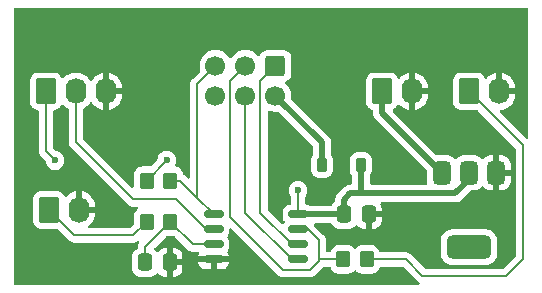
<source format=gbr>
%TF.GenerationSoftware,KiCad,Pcbnew,9.0.0*%
%TF.CreationDate,2025-03-10T19:20:38+08:00*%
%TF.ProjectId,xk9_miniencabulator,786b395f-6d69-46e6-9965-6e636162756c,rev?*%
%TF.SameCoordinates,Original*%
%TF.FileFunction,Copper,L1,Top*%
%TF.FilePolarity,Positive*%
%FSLAX46Y46*%
G04 Gerber Fmt 4.6, Leading zero omitted, Abs format (unit mm)*
G04 Created by KiCad (PCBNEW 9.0.0) date 2025-03-10 19:20:38*
%MOMM*%
%LPD*%
G01*
G04 APERTURE LIST*
G04 Aperture macros list*
%AMRoundRect*
0 Rectangle with rounded corners*
0 $1 Rounding radius*
0 $2 $3 $4 $5 $6 $7 $8 $9 X,Y pos of 4 corners*
0 Add a 4 corners polygon primitive as box body*
4,1,4,$2,$3,$4,$5,$6,$7,$8,$9,$2,$3,0*
0 Add four circle primitives for the rounded corners*
1,1,$1+$1,$2,$3*
1,1,$1+$1,$4,$5*
1,1,$1+$1,$6,$7*
1,1,$1+$1,$8,$9*
0 Add four rect primitives between the rounded corners*
20,1,$1+$1,$2,$3,$4,$5,0*
20,1,$1+$1,$4,$5,$6,$7,0*
20,1,$1+$1,$6,$7,$8,$9,0*
20,1,$1+$1,$8,$9,$2,$3,0*%
G04 Aperture macros list end*
%TA.AperFunction,ComponentPad*%
%ADD10RoundRect,0.250000X-0.600000X0.600000X-0.600000X-0.600000X0.600000X-0.600000X0.600000X0.600000X0*%
%TD*%
%TA.AperFunction,ComponentPad*%
%ADD11C,1.700000*%
%TD*%
%TA.AperFunction,SMDPad,CuDef*%
%ADD12RoundRect,0.375000X-0.375000X0.625000X-0.375000X-0.625000X0.375000X-0.625000X0.375000X0.625000X0*%
%TD*%
%TA.AperFunction,SMDPad,CuDef*%
%ADD13RoundRect,0.500000X-1.400000X0.500000X-1.400000X-0.500000X1.400000X-0.500000X1.400000X0.500000X0*%
%TD*%
%TA.AperFunction,ComponentPad*%
%ADD14RoundRect,0.250000X-0.620000X-0.845000X0.620000X-0.845000X0.620000X0.845000X-0.620000X0.845000X0*%
%TD*%
%TA.AperFunction,ComponentPad*%
%ADD15O,1.740000X2.190000*%
%TD*%
%TA.AperFunction,SMDPad,CuDef*%
%ADD16RoundRect,0.250000X-0.337500X-0.475000X0.337500X-0.475000X0.337500X0.475000X-0.337500X0.475000X0*%
%TD*%
%TA.AperFunction,SMDPad,CuDef*%
%ADD17RoundRect,0.250000X-0.350000X-0.450000X0.350000X-0.450000X0.350000X0.450000X-0.350000X0.450000X0*%
%TD*%
%TA.AperFunction,SMDPad,CuDef*%
%ADD18RoundRect,0.162500X-0.650000X-0.162500X0.650000X-0.162500X0.650000X0.162500X-0.650000X0.162500X0*%
%TD*%
%TA.AperFunction,SMDPad,CuDef*%
%ADD19RoundRect,0.225000X0.225000X0.375000X-0.225000X0.375000X-0.225000X-0.375000X0.225000X-0.375000X0*%
%TD*%
%TA.AperFunction,ViaPad*%
%ADD20C,0.600000*%
%TD*%
%TA.AperFunction,Conductor*%
%ADD21C,0.508000*%
%TD*%
%TA.AperFunction,Conductor*%
%ADD22C,0.200000*%
%TD*%
G04 APERTURE END LIST*
D10*
%TO.P,J1,1,MISO*%
%TO.N,/MISO*%
X98933000Y-46355000D03*
D11*
%TO.P,J1,2,VCC*%
%TO.N,Net-(D1-A)*%
X98933000Y-48895000D03*
%TO.P,J1,3,SCK*%
%TO.N,/SCK*%
X96393000Y-46355000D03*
%TO.P,J1,4,MOSI*%
%TO.N,/MOSI*%
X96393000Y-48895000D03*
%TO.P,J1,5,~{RST}*%
%TO.N,/RST*%
X93853000Y-46355000D03*
%TO.P,J1,6,GND*%
%TO.N,GND*%
X93853000Y-48895000D03*
%TD*%
D12*
%TO.P,U4,1,GND*%
%TO.N,GND*%
X117616000Y-55397000D03*
%TO.P,U4,2,VO*%
%TO.N,+5V*%
X115316000Y-55397000D03*
D13*
X115316000Y-61697000D03*
D12*
%TO.P,U4,3,VI*%
%TO.N,Net-(J2-Pin_1)*%
X113016000Y-55397000D03*
%TD*%
D14*
%TO.P,J3,1,Pin_1*%
%TO.N,Net-(J3-Pin_1)*%
X79756000Y-58547000D03*
D15*
%TO.P,J3,2,Pin_2*%
%TO.N,GND*%
X82296000Y-58547000D03*
%TD*%
D14*
%TO.P,J5,1,Pin_1*%
%TO.N,+5V*%
X79502000Y-48514000D03*
D15*
%TO.P,J5,2,Pin_2*%
%TO.N,Net-(J5-Pin_2)*%
X82042000Y-48514000D03*
%TO.P,J5,3,Pin_3*%
%TO.N,GND*%
X84582000Y-48514000D03*
%TD*%
D14*
%TO.P,J4,1,Pin_1*%
%TO.N,Net-(J4-Pin_1)*%
X115316000Y-48514000D03*
D15*
%TO.P,J4,2,Pin_2*%
%TO.N,GND*%
X117856000Y-48514000D03*
%TD*%
D16*
%TO.P,C2,1*%
%TO.N,/BUTTON*%
X87894000Y-62992000D03*
%TO.P,C2,2*%
%TO.N,GND*%
X89969000Y-62992000D03*
%TD*%
D14*
%TO.P,J2,1,Pin_1*%
%TO.N,Net-(J2-Pin_1)*%
X107950000Y-48514000D03*
D15*
%TO.P,J2,2,Pin_2*%
%TO.N,GND*%
X110490000Y-48514000D03*
%TD*%
D16*
%TO.P,C1,1*%
%TO.N,+5V*%
X104753500Y-58928000D03*
%TO.P,C1,2*%
%TO.N,GND*%
X106828500Y-58928000D03*
%TD*%
D17*
%TO.P,R2,1*%
%TO.N,Net-(J3-Pin_1)*%
X88027000Y-59563000D03*
%TO.P,R2,2*%
%TO.N,/BUTTON*%
X90027000Y-59563000D03*
%TD*%
%TO.P,R1,1*%
%TO.N,+5V*%
X88027000Y-56063000D03*
%TO.P,R1,2*%
%TO.N,/RST*%
X90027000Y-56063000D03*
%TD*%
%TO.P,R3,1*%
%TO.N,/SCK*%
X104666500Y-62738000D03*
%TO.P,R3,2*%
%TO.N,Net-(J4-Pin_1)*%
X106666500Y-62738000D03*
%TD*%
D18*
%TO.P,U1,1,~{RESET}/PB5*%
%TO.N,/RST*%
X93694500Y-58928000D03*
%TO.P,U1,2,XTAL1/PB3*%
%TO.N,Net-(J5-Pin_2)*%
X93694500Y-60198000D03*
%TO.P,U1,3,XTAL2/PB4*%
%TO.N,/BUTTON*%
X93694500Y-61468000D03*
%TO.P,U1,4,GND*%
%TO.N,GND*%
X93694500Y-62738000D03*
%TO.P,U1,5,AREF/PB0*%
%TO.N,/MOSI*%
X100869500Y-62738000D03*
%TO.P,U1,6,PB1*%
%TO.N,/MISO*%
X100869500Y-61468000D03*
%TO.P,U1,7,PB2*%
%TO.N,/SCK*%
X100869500Y-60198000D03*
%TO.P,U1,8,VCC*%
%TO.N,+5V*%
X100869500Y-58928000D03*
%TD*%
D19*
%TO.P,D1,1,K*%
%TO.N,+5V*%
X106171000Y-54737000D03*
%TO.P,D1,2,A*%
%TO.N,Net-(D1-A)*%
X102871000Y-54737000D03*
%TD*%
D20*
%TO.N,+5V*%
X89734000Y-54356000D03*
X80264000Y-54356000D03*
X100838000Y-56896000D03*
%TO.N,GND*%
X91694000Y-62865000D03*
X84582000Y-58547000D03*
X87122000Y-48514000D03*
X106807000Y-60579000D03*
X117856000Y-43815000D03*
X117602000Y-57531000D03*
%TD*%
D21*
%TO.N,+5V*%
X106171000Y-54737000D02*
X106171000Y-57149000D01*
X104753500Y-58928000D02*
X104753500Y-57679500D01*
X115316000Y-56007000D02*
X114173000Y-57150000D01*
D22*
X80264000Y-54356000D02*
X79502000Y-53594000D01*
X89734000Y-54356000D02*
X88027000Y-56063000D01*
D21*
X114173000Y-57150000D02*
X106172000Y-57150000D01*
X104753500Y-58928000D02*
X100869500Y-58928000D01*
D22*
X79502000Y-53594000D02*
X79502000Y-48514000D01*
X100869500Y-56927500D02*
X100838000Y-56896000D01*
D21*
X115316000Y-55397000D02*
X115316000Y-56007000D01*
D22*
X100869500Y-58928000D02*
X100869500Y-56927500D01*
D21*
X106172000Y-57150000D02*
X105283000Y-57150000D01*
X104753500Y-57679500D02*
X105283000Y-57150000D01*
X106171000Y-57149000D02*
X106172000Y-57150000D01*
D22*
%TO.N,/BUTTON*%
X87894000Y-62992000D02*
X87894000Y-61696000D01*
X91932000Y-61468000D02*
X90027000Y-59563000D01*
X93694500Y-61468000D02*
X91932000Y-61468000D01*
X87894000Y-61696000D02*
X90027000Y-59563000D01*
D21*
%TO.N,Net-(D1-A)*%
X102871000Y-52833000D02*
X98933000Y-48895000D01*
X102871000Y-54737000D02*
X102871000Y-52833000D01*
D22*
%TO.N,/SCK*%
X102616000Y-61132001D02*
X102616000Y-62865000D01*
X104666500Y-62738000D02*
X102743000Y-62738000D01*
X102616000Y-62865000D02*
X101854000Y-63627000D01*
X99568000Y-63627000D02*
X95123000Y-59182000D01*
X95123000Y-47625000D02*
X96393000Y-46355000D01*
X102743000Y-62738000D02*
X102616000Y-62865000D01*
X102616000Y-61132001D02*
X101681999Y-60198000D01*
X101854000Y-63627000D02*
X99568000Y-63627000D01*
X95123000Y-59182000D02*
X95123000Y-47625000D01*
X101681999Y-60198000D02*
X100869500Y-60198000D01*
%TO.N,/MOSI*%
X96393000Y-58801000D02*
X100330000Y-62738000D01*
X96393000Y-48895000D02*
X96393000Y-58801000D01*
X100330000Y-62738000D02*
X100869500Y-62738000D01*
%TO.N,/MISO*%
X97663000Y-58801000D02*
X100330000Y-61468000D01*
X97663000Y-47625000D02*
X97663000Y-58801000D01*
X98933000Y-46355000D02*
X97663000Y-47625000D01*
X100330000Y-61468000D02*
X100869500Y-61468000D01*
%TO.N,/RST*%
X92295000Y-47913000D02*
X92295000Y-57528500D01*
X92313250Y-57546750D02*
X90829500Y-56063000D01*
X93694500Y-58928000D02*
X92313250Y-57546750D01*
X90829500Y-56063000D02*
X90027000Y-56063000D01*
X92295000Y-57528500D02*
X92313250Y-57546750D01*
X93853000Y-46355000D02*
X92295000Y-47913000D01*
D21*
%TO.N,Net-(J2-Pin_1)*%
X107950000Y-48514000D02*
X107950000Y-50331000D01*
X107950000Y-50331000D02*
X113016000Y-55397000D01*
D22*
%TO.N,Net-(J3-Pin_1)*%
X81915000Y-60706000D02*
X86884000Y-60706000D01*
X86884000Y-60706000D02*
X88027000Y-59563000D01*
X79756000Y-58547000D02*
X81915000Y-60706000D01*
%TO.N,Net-(J4-Pin_1)*%
X111379000Y-64135000D02*
X109982000Y-62738000D01*
X115316000Y-48514000D02*
X119888000Y-53086000D01*
X119888000Y-53086000D02*
X119888000Y-62738000D01*
X109982000Y-62738000D02*
X106666500Y-62738000D01*
X119888000Y-62738000D02*
X118491000Y-64135000D01*
X118491000Y-64135000D02*
X111379000Y-64135000D01*
%TO.N,Net-(J5-Pin_2)*%
X93091000Y-60198000D02*
X90551000Y-57658000D01*
X82042000Y-52832000D02*
X82042000Y-48514000D01*
X93694500Y-60198000D02*
X93091000Y-60198000D01*
X90551000Y-57658000D02*
X86868000Y-57658000D01*
X86868000Y-57658000D02*
X82042000Y-52832000D01*
%TD*%
%TA.AperFunction,Conductor*%
%TO.N,GND*%
G36*
X120291039Y-41432685D02*
G01*
X120336794Y-41485489D01*
X120348000Y-41537000D01*
X120348000Y-52397403D01*
X120328315Y-52464442D01*
X120275511Y-52510197D01*
X120206353Y-52520141D01*
X120142797Y-52491116D01*
X120136319Y-52485084D01*
X117960154Y-50308919D01*
X117926669Y-50247596D01*
X117931653Y-50177904D01*
X117973525Y-50121971D01*
X118028438Y-50098765D01*
X118176809Y-50075266D01*
X118381901Y-50008627D01*
X118574036Y-49910728D01*
X118748496Y-49783974D01*
X118748497Y-49783974D01*
X118900974Y-49631497D01*
X118900974Y-49631496D01*
X119027728Y-49457036D01*
X119125627Y-49264901D01*
X119192265Y-49059809D01*
X119226000Y-48846820D01*
X119226000Y-48764000D01*
X118398709Y-48764000D01*
X118410452Y-48743661D01*
X118451000Y-48592333D01*
X118451000Y-48435667D01*
X118410452Y-48284339D01*
X118398709Y-48264000D01*
X119226000Y-48264000D01*
X119226000Y-48181179D01*
X119192265Y-47968190D01*
X119125627Y-47763098D01*
X119027728Y-47570963D01*
X118900974Y-47396503D01*
X118900974Y-47396502D01*
X118748497Y-47244025D01*
X118574036Y-47117271D01*
X118381899Y-47019372D01*
X118176805Y-46952733D01*
X118106000Y-46941518D01*
X118106000Y-47971290D01*
X118085661Y-47959548D01*
X117934333Y-47919000D01*
X117777667Y-47919000D01*
X117626339Y-47959548D01*
X117606000Y-47971290D01*
X117606000Y-46941518D01*
X117605999Y-46941518D01*
X117535194Y-46952733D01*
X117330100Y-47019372D01*
X117137963Y-47117271D01*
X116963506Y-47244022D01*
X116821420Y-47386108D01*
X116760097Y-47419592D01*
X116690405Y-47414608D01*
X116634472Y-47372736D01*
X116621356Y-47350828D01*
X116620816Y-47349670D01*
X116555654Y-47244025D01*
X116528712Y-47200344D01*
X116404656Y-47076288D01*
X116255334Y-46984186D01*
X116088797Y-46929001D01*
X116088795Y-46929000D01*
X115986010Y-46918500D01*
X114645998Y-46918500D01*
X114645981Y-46918501D01*
X114543203Y-46929000D01*
X114543200Y-46929001D01*
X114376668Y-46984185D01*
X114376663Y-46984187D01*
X114227342Y-47076289D01*
X114103289Y-47200342D01*
X114011187Y-47349663D01*
X114011185Y-47349668D01*
X114010960Y-47350348D01*
X113956001Y-47516203D01*
X113956001Y-47516204D01*
X113956000Y-47516204D01*
X113945500Y-47618983D01*
X113945500Y-49409001D01*
X113945501Y-49409018D01*
X113956000Y-49511796D01*
X113956001Y-49511799D01*
X113993584Y-49625216D01*
X114011186Y-49678334D01*
X114103288Y-49827656D01*
X114227344Y-49951712D01*
X114376666Y-50043814D01*
X114543203Y-50098999D01*
X114645991Y-50109500D01*
X115986008Y-50109499D01*
X115996576Y-50108419D01*
X116065268Y-50121187D01*
X116096861Y-50144096D01*
X119251181Y-53298416D01*
X119284666Y-53359739D01*
X119287500Y-53386097D01*
X119287500Y-62437903D01*
X119267815Y-62504942D01*
X119251181Y-62525584D01*
X118278584Y-63498181D01*
X118217261Y-63531666D01*
X118190903Y-63534500D01*
X111679097Y-63534500D01*
X111612058Y-63514815D01*
X111591416Y-63498181D01*
X110469590Y-62376355D01*
X110469588Y-62376352D01*
X110350717Y-62257481D01*
X110350716Y-62257480D01*
X110247115Y-62197666D01*
X110247113Y-62197665D01*
X110213785Y-62178423D01*
X110213784Y-62178422D01*
X110213783Y-62178422D01*
X110157881Y-62163443D01*
X110061057Y-62137499D01*
X109902943Y-62137499D01*
X109895347Y-62137499D01*
X109895331Y-62137500D01*
X107846801Y-62137500D01*
X107779762Y-62117815D01*
X107734007Y-62065011D01*
X107729095Y-62052504D01*
X107727819Y-62048654D01*
X107701314Y-61968666D01*
X107609212Y-61819344D01*
X107485156Y-61695288D01*
X107335834Y-61603186D01*
X107169297Y-61548001D01*
X107169295Y-61548000D01*
X107066510Y-61537500D01*
X106266498Y-61537500D01*
X106266480Y-61537501D01*
X106163703Y-61548000D01*
X106163700Y-61548001D01*
X105997168Y-61603185D01*
X105997163Y-61603187D01*
X105847842Y-61695289D01*
X105754181Y-61788951D01*
X105692858Y-61822436D01*
X105623166Y-61817452D01*
X105578819Y-61788951D01*
X105485157Y-61695289D01*
X105485156Y-61695288D01*
X105335834Y-61603186D01*
X105169297Y-61548001D01*
X105169295Y-61548000D01*
X105066510Y-61537500D01*
X104266498Y-61537500D01*
X104266480Y-61537501D01*
X104163703Y-61548000D01*
X104163700Y-61548001D01*
X103997168Y-61603185D01*
X103997163Y-61603187D01*
X103847842Y-61695289D01*
X103723789Y-61819342D01*
X103631687Y-61968663D01*
X103631686Y-61968666D01*
X103612166Y-62027575D01*
X103603905Y-62052504D01*
X103590034Y-62072536D01*
X103579912Y-62094703D01*
X103570499Y-62100751D01*
X103564132Y-62109949D01*
X103541633Y-62119302D01*
X103521134Y-62132477D01*
X103504032Y-62134935D01*
X103499616Y-62136772D01*
X103486199Y-62137500D01*
X103340500Y-62137500D01*
X103273461Y-62117815D01*
X103227706Y-62065011D01*
X103216500Y-62013500D01*
X103216500Y-61221060D01*
X103216501Y-61221047D01*
X103216501Y-61138966D01*
X112915500Y-61138966D01*
X112915500Y-62255028D01*
X112915500Y-62255033D01*
X112915501Y-62255036D01*
X112917571Y-62278330D01*
X112926113Y-62374415D01*
X112982089Y-62570045D01*
X112982090Y-62570048D01*
X112982091Y-62570049D01*
X113076302Y-62750407D01*
X113076304Y-62750409D01*
X113204890Y-62908109D01*
X113280529Y-62969784D01*
X113362593Y-63036698D01*
X113542951Y-63130909D01*
X113738582Y-63186886D01*
X113857963Y-63197500D01*
X116774036Y-63197499D01*
X116893418Y-63186886D01*
X117089049Y-63130909D01*
X117269407Y-63036698D01*
X117427109Y-62908109D01*
X117555698Y-62750407D01*
X117649909Y-62570049D01*
X117705886Y-62374418D01*
X117716500Y-62255037D01*
X117716499Y-61138964D01*
X117705886Y-61019582D01*
X117656737Y-60847815D01*
X117649910Y-60823954D01*
X117649909Y-60823953D01*
X117649909Y-60823951D01*
X117555698Y-60643593D01*
X117503684Y-60579803D01*
X117427109Y-60485890D01*
X117269409Y-60357304D01*
X117269410Y-60357304D01*
X117269407Y-60357302D01*
X117089049Y-60263091D01*
X117089048Y-60263090D01*
X117089045Y-60263089D01*
X116971829Y-60229550D01*
X116893418Y-60207114D01*
X116893415Y-60207113D01*
X116893413Y-60207113D01*
X116827102Y-60201217D01*
X116774037Y-60196500D01*
X116774032Y-60196500D01*
X113857971Y-60196500D01*
X113857965Y-60196500D01*
X113857964Y-60196501D01*
X113846316Y-60197536D01*
X113738584Y-60207113D01*
X113542954Y-60263089D01*
X113469581Y-60301416D01*
X113362593Y-60357302D01*
X113362591Y-60357303D01*
X113362590Y-60357304D01*
X113204890Y-60485890D01*
X113083633Y-60634602D01*
X113076302Y-60643593D01*
X113072183Y-60651479D01*
X112982089Y-60823954D01*
X112926114Y-61019583D01*
X112926113Y-61019586D01*
X112915500Y-61138966D01*
X103216501Y-61138966D01*
X103216501Y-61052946D01*
X103216501Y-61052944D01*
X103175577Y-60900216D01*
X103116851Y-60798500D01*
X103096520Y-60763285D01*
X102984716Y-60651481D01*
X102984713Y-60651479D01*
X102227415Y-59894181D01*
X102193930Y-59832858D01*
X102198914Y-59763166D01*
X102240786Y-59707233D01*
X102306250Y-59682816D01*
X102315096Y-59682500D01*
X103637409Y-59682500D01*
X103704448Y-59702185D01*
X103742947Y-59741402D01*
X103823288Y-59871656D01*
X103947344Y-59995712D01*
X104096666Y-60087814D01*
X104263203Y-60142999D01*
X104365991Y-60153500D01*
X105141008Y-60153499D01*
X105141016Y-60153498D01*
X105141019Y-60153498D01*
X105197302Y-60147748D01*
X105243797Y-60142999D01*
X105410334Y-60087814D01*
X105559656Y-59995712D01*
X105683712Y-59871656D01*
X105685752Y-59868347D01*
X105687745Y-59866555D01*
X105688193Y-59865989D01*
X105688289Y-59866065D01*
X105737694Y-59821623D01*
X105806656Y-59810395D01*
X105870740Y-59838234D01*
X105896829Y-59868339D01*
X105898681Y-59871341D01*
X105898683Y-59871344D01*
X106022654Y-59995315D01*
X106171875Y-60087356D01*
X106171880Y-60087358D01*
X106338302Y-60142505D01*
X106338309Y-60142506D01*
X106441019Y-60152999D01*
X106578499Y-60152999D01*
X107078500Y-60152999D01*
X107215972Y-60152999D01*
X107215986Y-60152998D01*
X107318697Y-60142505D01*
X107485119Y-60087358D01*
X107485124Y-60087356D01*
X107634345Y-59995315D01*
X107758315Y-59871345D01*
X107850356Y-59722124D01*
X107850358Y-59722119D01*
X107905505Y-59555697D01*
X107905506Y-59555690D01*
X107915999Y-59452986D01*
X107916000Y-59452973D01*
X107916000Y-59178000D01*
X107078500Y-59178000D01*
X107078500Y-60152999D01*
X106578499Y-60152999D01*
X106578500Y-60152998D01*
X106578500Y-59052000D01*
X106598185Y-58984961D01*
X106650989Y-58939206D01*
X106702500Y-58928000D01*
X106828500Y-58928000D01*
X106828500Y-58802000D01*
X106848185Y-58734961D01*
X106900989Y-58689206D01*
X106952500Y-58678000D01*
X107915999Y-58678000D01*
X107915999Y-58403028D01*
X107915998Y-58403013D01*
X107905505Y-58300302D01*
X107850358Y-58133880D01*
X107850356Y-58133875D01*
X107825512Y-58093597D01*
X107807072Y-58026204D01*
X107827995Y-57959541D01*
X107881637Y-57914771D01*
X107931051Y-57904500D01*
X114092554Y-57904500D01*
X114092574Y-57904501D01*
X114098688Y-57904501D01*
X114247314Y-57904501D01*
X114284009Y-57897200D01*
X114368894Y-57880315D01*
X114393080Y-57875505D01*
X114449955Y-57851946D01*
X114530389Y-57818630D01*
X114653966Y-57736059D01*
X115456206Y-56933817D01*
X115517529Y-56900333D01*
X115543887Y-56897499D01*
X115767123Y-56897499D01*
X115767123Y-56897498D01*
X115809889Y-56894600D01*
X115994693Y-56848641D01*
X116165296Y-56764030D01*
X116313722Y-56644722D01*
X116369675Y-56575112D01*
X116427015Y-56535196D01*
X116496837Y-56532616D01*
X116556970Y-56568194D01*
X116562967Y-56575115D01*
X116618632Y-56644366D01*
X116618633Y-56644367D01*
X116766974Y-56763607D01*
X116766977Y-56763609D01*
X116937476Y-56848168D01*
X117122175Y-56894102D01*
X117164903Y-56897000D01*
X117366000Y-56897000D01*
X117866000Y-56897000D01*
X118067097Y-56897000D01*
X118109824Y-56894102D01*
X118294523Y-56848168D01*
X118465022Y-56763609D01*
X118465025Y-56763607D01*
X118613366Y-56644367D01*
X118613367Y-56644366D01*
X118732607Y-56496025D01*
X118732609Y-56496022D01*
X118817168Y-56325523D01*
X118863102Y-56140824D01*
X118866000Y-56098096D01*
X118866000Y-55647000D01*
X117866000Y-55647000D01*
X117866000Y-56897000D01*
X117366000Y-56897000D01*
X117366000Y-55147000D01*
X117866000Y-55147000D01*
X118866000Y-55147000D01*
X118866000Y-54695903D01*
X118863102Y-54653175D01*
X118817168Y-54468476D01*
X118732609Y-54297977D01*
X118732607Y-54297974D01*
X118613367Y-54149633D01*
X118613366Y-54149632D01*
X118465025Y-54030392D01*
X118465022Y-54030390D01*
X118294523Y-53945831D01*
X118109824Y-53899897D01*
X118067097Y-53897000D01*
X117866000Y-53897000D01*
X117866000Y-55147000D01*
X117366000Y-55147000D01*
X117366000Y-53897000D01*
X117164903Y-53897000D01*
X117122175Y-53899897D01*
X116937476Y-53945831D01*
X116766977Y-54030390D01*
X116766974Y-54030392D01*
X116618635Y-54149631D01*
X116562967Y-54218885D01*
X116505624Y-54258803D01*
X116435801Y-54261383D01*
X116375669Y-54225804D01*
X116369673Y-54218884D01*
X116313722Y-54149278D01*
X116313721Y-54149277D01*
X116165295Y-54029969D01*
X116165292Y-54029967D01*
X115994697Y-53945360D01*
X115809892Y-53899400D01*
X115788506Y-53897950D01*
X115767123Y-53896500D01*
X115767120Y-53896500D01*
X114864877Y-53896500D01*
X114864874Y-53896501D01*
X114822113Y-53899399D01*
X114822112Y-53899399D01*
X114637303Y-53945360D01*
X114466707Y-54029967D01*
X114466704Y-54029969D01*
X114318278Y-54149277D01*
X114318277Y-54149278D01*
X114262647Y-54218486D01*
X114205304Y-54258405D01*
X114135482Y-54260985D01*
X114075349Y-54225406D01*
X114069353Y-54218486D01*
X114013722Y-54149278D01*
X114013721Y-54149277D01*
X113865295Y-54029969D01*
X113865292Y-54029967D01*
X113694697Y-53945360D01*
X113509892Y-53899400D01*
X113484229Y-53897660D01*
X113467123Y-53896500D01*
X113467121Y-53896500D01*
X112633887Y-53896500D01*
X112566848Y-53876815D01*
X112546206Y-53860181D01*
X108901577Y-50215552D01*
X108868092Y-50154229D01*
X108873076Y-50084537D01*
X108914948Y-50028604D01*
X108924162Y-50022332D01*
X109038656Y-49951712D01*
X109162712Y-49827656D01*
X109254814Y-49678334D01*
X109254817Y-49678323D01*
X109255353Y-49677177D01*
X109255934Y-49676516D01*
X109258605Y-49672187D01*
X109259344Y-49672643D01*
X109301521Y-49624734D01*
X109368713Y-49605577D01*
X109435596Y-49625788D01*
X109455420Y-49641892D01*
X109597502Y-49783974D01*
X109771963Y-49910728D01*
X109964098Y-50008627D01*
X110169190Y-50075266D01*
X110240000Y-50086481D01*
X110240000Y-49056709D01*
X110260339Y-49068452D01*
X110411667Y-49109000D01*
X110568333Y-49109000D01*
X110719661Y-49068452D01*
X110740000Y-49056709D01*
X110740000Y-50086480D01*
X110810809Y-50075266D01*
X111015901Y-50008627D01*
X111208036Y-49910728D01*
X111382496Y-49783974D01*
X111382497Y-49783974D01*
X111534974Y-49631497D01*
X111534974Y-49631496D01*
X111661728Y-49457036D01*
X111759627Y-49264901D01*
X111826265Y-49059809D01*
X111860000Y-48846820D01*
X111860000Y-48764000D01*
X111032709Y-48764000D01*
X111044452Y-48743661D01*
X111085000Y-48592333D01*
X111085000Y-48435667D01*
X111044452Y-48284339D01*
X111032709Y-48264000D01*
X111860000Y-48264000D01*
X111860000Y-48181179D01*
X111826265Y-47968190D01*
X111759627Y-47763098D01*
X111661728Y-47570963D01*
X111534974Y-47396503D01*
X111534974Y-47396502D01*
X111382497Y-47244025D01*
X111208036Y-47117271D01*
X111015899Y-47019372D01*
X110810805Y-46952733D01*
X110740000Y-46941518D01*
X110740000Y-47971290D01*
X110719661Y-47959548D01*
X110568333Y-47919000D01*
X110411667Y-47919000D01*
X110260339Y-47959548D01*
X110240000Y-47971290D01*
X110240000Y-46941518D01*
X110239999Y-46941518D01*
X110169194Y-46952733D01*
X109964100Y-47019372D01*
X109771963Y-47117271D01*
X109597506Y-47244022D01*
X109455420Y-47386108D01*
X109394097Y-47419592D01*
X109324405Y-47414608D01*
X109268472Y-47372736D01*
X109255356Y-47350828D01*
X109254816Y-47349670D01*
X109189654Y-47244025D01*
X109162712Y-47200344D01*
X109038656Y-47076288D01*
X108889334Y-46984186D01*
X108722797Y-46929001D01*
X108722795Y-46929000D01*
X108620010Y-46918500D01*
X107279998Y-46918500D01*
X107279981Y-46918501D01*
X107177203Y-46929000D01*
X107177200Y-46929001D01*
X107010668Y-46984185D01*
X107010663Y-46984187D01*
X106861342Y-47076289D01*
X106737289Y-47200342D01*
X106645187Y-47349663D01*
X106645185Y-47349668D01*
X106644960Y-47350348D01*
X106590001Y-47516203D01*
X106590001Y-47516204D01*
X106590000Y-47516204D01*
X106579500Y-47618983D01*
X106579500Y-49409001D01*
X106579501Y-49409018D01*
X106590000Y-49511796D01*
X106590001Y-49511799D01*
X106627584Y-49625216D01*
X106645186Y-49678334D01*
X106737288Y-49827656D01*
X106861344Y-49951712D01*
X107010666Y-50043814D01*
X107105582Y-50075266D01*
X107110504Y-50076897D01*
X107130536Y-50090767D01*
X107152703Y-50100890D01*
X107158751Y-50110302D01*
X107167949Y-50116670D01*
X107177302Y-50139168D01*
X107190477Y-50159668D01*
X107192935Y-50176769D01*
X107194772Y-50181186D01*
X107195500Y-50194603D01*
X107195500Y-50251552D01*
X107195499Y-50251578D01*
X107195499Y-50256688D01*
X107195499Y-50405312D01*
X107195499Y-50405314D01*
X107195498Y-50405314D01*
X107224493Y-50551073D01*
X107224496Y-50551083D01*
X107281366Y-50688381D01*
X107281372Y-50688392D01*
X107363942Y-50811968D01*
X107363943Y-50811969D01*
X111729181Y-55177205D01*
X111762666Y-55238528D01*
X111765500Y-55264886D01*
X111765500Y-56098122D01*
X111765501Y-56098125D01*
X111768399Y-56140885D01*
X111768400Y-56140889D01*
X111793439Y-56241575D01*
X111790516Y-56311382D01*
X111750316Y-56368528D01*
X111685602Y-56394869D01*
X111673105Y-56395500D01*
X107049500Y-56395500D01*
X106982461Y-56375815D01*
X106936706Y-56323011D01*
X106925500Y-56271500D01*
X106925500Y-55659874D01*
X106945185Y-55592835D01*
X106961819Y-55572193D01*
X106961994Y-55572018D01*
X106968968Y-55565044D01*
X107058003Y-55420697D01*
X107111349Y-55259708D01*
X107121500Y-55160345D01*
X107121499Y-54313656D01*
X107119897Y-54297977D01*
X107111349Y-54214292D01*
X107111348Y-54214289D01*
X107089923Y-54149632D01*
X107058003Y-54053303D01*
X107057999Y-54053297D01*
X107057998Y-54053294D01*
X106968970Y-53908959D01*
X106968967Y-53908955D01*
X106849044Y-53789032D01*
X106849040Y-53789029D01*
X106704705Y-53700001D01*
X106704699Y-53699998D01*
X106704697Y-53699997D01*
X106623388Y-53673054D01*
X106543709Y-53646651D01*
X106444346Y-53636500D01*
X105897662Y-53636500D01*
X105897644Y-53636501D01*
X105798292Y-53646650D01*
X105798289Y-53646651D01*
X105637305Y-53699996D01*
X105637294Y-53700001D01*
X105492959Y-53789029D01*
X105492955Y-53789032D01*
X105373032Y-53908955D01*
X105373029Y-53908959D01*
X105284001Y-54053294D01*
X105283996Y-54053305D01*
X105230651Y-54214290D01*
X105220500Y-54313647D01*
X105220500Y-55160337D01*
X105220501Y-55160355D01*
X105230650Y-55259707D01*
X105230651Y-55259710D01*
X105283996Y-55420694D01*
X105284001Y-55420705D01*
X105373029Y-55565040D01*
X105373032Y-55565044D01*
X105380181Y-55572193D01*
X105413666Y-55633516D01*
X105416500Y-55659874D01*
X105416500Y-56271499D01*
X105415999Y-56273202D01*
X105416453Y-56274920D01*
X105406191Y-56306604D01*
X105396815Y-56338538D01*
X105395473Y-56339700D01*
X105394926Y-56341391D01*
X105369151Y-56362508D01*
X105344011Y-56384293D01*
X105341816Y-56384904D01*
X105340880Y-56385672D01*
X105334181Y-56387032D01*
X105306754Y-56394677D01*
X105299650Y-56395499D01*
X105208688Y-56395499D01*
X105087105Y-56419684D01*
X105082176Y-56420664D01*
X105082171Y-56420665D01*
X105062922Y-56424494D01*
X105062920Y-56424495D01*
X105022703Y-56441153D01*
X105022701Y-56441153D01*
X104925616Y-56481366D01*
X104925603Y-56481373D01*
X104802034Y-56563940D01*
X104802030Y-56563943D01*
X104167442Y-57198531D01*
X104084872Y-57322107D01*
X104084868Y-57322114D01*
X104065415Y-57369080D01*
X104027995Y-57459417D01*
X104027994Y-57459420D01*
X104025401Y-57472462D01*
X104025400Y-57472465D01*
X103998999Y-57605185D01*
X103998999Y-57759411D01*
X103979314Y-57826450D01*
X103951914Y-57856674D01*
X103947344Y-57860287D01*
X103823289Y-57984342D01*
X103823288Y-57984344D01*
X103746667Y-58108568D01*
X103742948Y-58114597D01*
X103691000Y-58161321D01*
X103637409Y-58173500D01*
X101856342Y-58173500D01*
X101801093Y-58158098D01*
X101800441Y-58159547D01*
X101793606Y-58156471D01*
X101793604Y-58156470D01*
X101793602Y-58156469D01*
X101639887Y-58108570D01*
X101607130Y-58105593D01*
X101582777Y-58103380D01*
X101517794Y-58077709D01*
X101477006Y-58020980D01*
X101470000Y-57979889D01*
X101470000Y-57428622D01*
X101489685Y-57361583D01*
X101490898Y-57359731D01*
X101516035Y-57322111D01*
X101547394Y-57275179D01*
X101607737Y-57129497D01*
X101638500Y-56974842D01*
X101638500Y-56817158D01*
X101638500Y-56817155D01*
X101638499Y-56817153D01*
X101607737Y-56662503D01*
X101600225Y-56644367D01*
X101547397Y-56516827D01*
X101547390Y-56516814D01*
X101459789Y-56385711D01*
X101459786Y-56385707D01*
X101348292Y-56274213D01*
X101348288Y-56274210D01*
X101217185Y-56186609D01*
X101217172Y-56186602D01*
X101071501Y-56126264D01*
X101071489Y-56126261D01*
X100916845Y-56095500D01*
X100916842Y-56095500D01*
X100759158Y-56095500D01*
X100759155Y-56095500D01*
X100604510Y-56126261D01*
X100604498Y-56126264D01*
X100458827Y-56186602D01*
X100458814Y-56186609D01*
X100327711Y-56274210D01*
X100327707Y-56274213D01*
X100216213Y-56385707D01*
X100216210Y-56385711D01*
X100128609Y-56516814D01*
X100128602Y-56516827D01*
X100068264Y-56662498D01*
X100068261Y-56662510D01*
X100037500Y-56817153D01*
X100037500Y-56974846D01*
X100068261Y-57129489D01*
X100068264Y-57129501D01*
X100128602Y-57275172D01*
X100128609Y-57275185D01*
X100216210Y-57406288D01*
X100216212Y-57406291D01*
X100232679Y-57422757D01*
X100266166Y-57484079D01*
X100269000Y-57510440D01*
X100269000Y-57979889D01*
X100249315Y-58046928D01*
X100196511Y-58092683D01*
X100156221Y-58103380D01*
X100099116Y-58108568D01*
X100099106Y-58108571D01*
X99945401Y-58156467D01*
X99807608Y-58239766D01*
X99693766Y-58353608D01*
X99610469Y-58491397D01*
X99562569Y-58645116D01*
X99556500Y-58711911D01*
X99556500Y-59144098D01*
X99562568Y-59210882D01*
X99562571Y-59210893D01*
X99610467Y-59364599D01*
X99691625Y-59498850D01*
X99695321Y-59512850D01*
X99703481Y-59524812D01*
X99704061Y-59545954D01*
X99709461Y-59566405D01*
X99705036Y-59581472D01*
X99705399Y-59594655D01*
X99691625Y-59627150D01*
X99640419Y-59711854D01*
X99588891Y-59759042D01*
X99520031Y-59770880D01*
X99455703Y-59743611D01*
X99446621Y-59735385D01*
X98299819Y-58588583D01*
X98266334Y-58527260D01*
X98263500Y-58500902D01*
X98263500Y-50268136D01*
X98283185Y-50201097D01*
X98335989Y-50155342D01*
X98405147Y-50145398D01*
X98425806Y-50150202D01*
X98616757Y-50212246D01*
X98826713Y-50245500D01*
X98826714Y-50245500D01*
X99039285Y-50245500D01*
X99039287Y-50245500D01*
X99129846Y-50231156D01*
X99199136Y-50240110D01*
X99236923Y-50265948D01*
X102080181Y-53109206D01*
X102113666Y-53170529D01*
X102116500Y-53196887D01*
X102116500Y-53814126D01*
X102096815Y-53881165D01*
X102080181Y-53901807D01*
X102073032Y-53908955D01*
X102073029Y-53908959D01*
X101984001Y-54053294D01*
X101983996Y-54053305D01*
X101930651Y-54214290D01*
X101920500Y-54313647D01*
X101920500Y-55160337D01*
X101920501Y-55160355D01*
X101930650Y-55259707D01*
X101930651Y-55259710D01*
X101983996Y-55420694D01*
X101984001Y-55420705D01*
X102073029Y-55565040D01*
X102073032Y-55565044D01*
X102192955Y-55684967D01*
X102192959Y-55684970D01*
X102337294Y-55773998D01*
X102337297Y-55773999D01*
X102337303Y-55774003D01*
X102498292Y-55827349D01*
X102597655Y-55837500D01*
X103144344Y-55837499D01*
X103144352Y-55837498D01*
X103144355Y-55837498D01*
X103198760Y-55831940D01*
X103243708Y-55827349D01*
X103404697Y-55774003D01*
X103549044Y-55684968D01*
X103668968Y-55565044D01*
X103758003Y-55420697D01*
X103811349Y-55259708D01*
X103821500Y-55160345D01*
X103821499Y-54313656D01*
X103819897Y-54297977D01*
X103811349Y-54214292D01*
X103811348Y-54214289D01*
X103789923Y-54149632D01*
X103758003Y-54053303D01*
X103757999Y-54053297D01*
X103757998Y-54053294D01*
X103668970Y-53908959D01*
X103668967Y-53908955D01*
X103661819Y-53901807D01*
X103628334Y-53840484D01*
X103625500Y-53814126D01*
X103625500Y-52913446D01*
X103625501Y-52913425D01*
X103625501Y-52758685D01*
X103596506Y-52612926D01*
X103596505Y-52612925D01*
X103596505Y-52612921D01*
X103539630Y-52475611D01*
X103457059Y-52352034D01*
X103457057Y-52352031D01*
X103457056Y-52352030D01*
X100303948Y-49198923D01*
X100270463Y-49137600D01*
X100269156Y-49091849D01*
X100283500Y-49001287D01*
X100283500Y-48788713D01*
X100250246Y-48578757D01*
X100184557Y-48376588D01*
X100088051Y-48187184D01*
X100088049Y-48187181D01*
X100088048Y-48187179D01*
X99963109Y-48015213D01*
X99812790Y-47864894D01*
X99812785Y-47864890D01*
X99807891Y-47861334D01*
X99765227Y-47806003D01*
X99759249Y-47736390D01*
X99791857Y-47674595D01*
X99841774Y-47643312D01*
X99852334Y-47639814D01*
X100001656Y-47547712D01*
X100125712Y-47423656D01*
X100217814Y-47274334D01*
X100272999Y-47107797D01*
X100283500Y-47005009D01*
X100283499Y-45704992D01*
X100272999Y-45602203D01*
X100217814Y-45435666D01*
X100125712Y-45286344D01*
X100001656Y-45162288D01*
X99852334Y-45070186D01*
X99685797Y-45015001D01*
X99685795Y-45015000D01*
X99583010Y-45004500D01*
X98282998Y-45004500D01*
X98282981Y-45004501D01*
X98180203Y-45015000D01*
X98180200Y-45015001D01*
X98013668Y-45070185D01*
X98013663Y-45070187D01*
X97864342Y-45162289D01*
X97740289Y-45286342D01*
X97648187Y-45435663D01*
X97648183Y-45435673D01*
X97644685Y-45446229D01*
X97604910Y-45503672D01*
X97540393Y-45530493D01*
X97471618Y-45518174D01*
X97426663Y-45480106D01*
X97423105Y-45475209D01*
X97272786Y-45324890D01*
X97100820Y-45199951D01*
X96911414Y-45103444D01*
X96911413Y-45103443D01*
X96911412Y-45103443D01*
X96709243Y-45037754D01*
X96709241Y-45037753D01*
X96709240Y-45037753D01*
X96547957Y-45012208D01*
X96499287Y-45004500D01*
X96286713Y-45004500D01*
X96238042Y-45012208D01*
X96076760Y-45037753D01*
X95874585Y-45103444D01*
X95685179Y-45199951D01*
X95513213Y-45324890D01*
X95362890Y-45475213D01*
X95237949Y-45647182D01*
X95233484Y-45655946D01*
X95185509Y-45706742D01*
X95117688Y-45723536D01*
X95051553Y-45700998D01*
X95012516Y-45655946D01*
X95008050Y-45647182D01*
X94883109Y-45475213D01*
X94732786Y-45324890D01*
X94560820Y-45199951D01*
X94371414Y-45103444D01*
X94371413Y-45103443D01*
X94371412Y-45103443D01*
X94169243Y-45037754D01*
X94169241Y-45037753D01*
X94169240Y-45037753D01*
X94007957Y-45012208D01*
X93959287Y-45004500D01*
X93746713Y-45004500D01*
X93698042Y-45012208D01*
X93536760Y-45037753D01*
X93334585Y-45103444D01*
X93145179Y-45199951D01*
X92973213Y-45324890D01*
X92822890Y-45475213D01*
X92697951Y-45647179D01*
X92601444Y-45836585D01*
X92535753Y-46038760D01*
X92502500Y-46248713D01*
X92502500Y-46461286D01*
X92535754Y-46671244D01*
X92535754Y-46671247D01*
X92549491Y-46713523D01*
X92551486Y-46783364D01*
X92519241Y-46839522D01*
X91926286Y-47432478D01*
X91814481Y-47544282D01*
X91814479Y-47544285D01*
X91800949Y-47567720D01*
X91778527Y-47606557D01*
X91735423Y-47681215D01*
X91694499Y-47833943D01*
X91694499Y-47833945D01*
X91694499Y-48002046D01*
X91694500Y-48002059D01*
X91694500Y-55779403D01*
X91688261Y-55800648D01*
X91686682Y-55822737D01*
X91678609Y-55833520D01*
X91674815Y-55846442D01*
X91658081Y-55860941D01*
X91644810Y-55878670D01*
X91632189Y-55883377D01*
X91622011Y-55892197D01*
X91600093Y-55895348D01*
X91579346Y-55903087D01*
X91566185Y-55900224D01*
X91552853Y-55902141D01*
X91532709Y-55892941D01*
X91511073Y-55888235D01*
X91493347Y-55874966D01*
X91489297Y-55873116D01*
X91482819Y-55867084D01*
X91317090Y-55701355D01*
X91317088Y-55701352D01*
X91198217Y-55582481D01*
X91198212Y-55582477D01*
X91180096Y-55572018D01*
X91131880Y-55521451D01*
X91118738Y-55477229D01*
X91116999Y-55460204D01*
X91116998Y-55460200D01*
X91061814Y-55293666D01*
X90969712Y-55144344D01*
X90845656Y-55020288D01*
X90696334Y-54928186D01*
X90530215Y-54873139D01*
X90472771Y-54833367D01*
X90445948Y-54768851D01*
X90454658Y-54707983D01*
X90503737Y-54589497D01*
X90534500Y-54434842D01*
X90534500Y-54277158D01*
X90534500Y-54277155D01*
X90534499Y-54277153D01*
X90522909Y-54218885D01*
X90503737Y-54122503D01*
X90503735Y-54122498D01*
X90443397Y-53976827D01*
X90443390Y-53976814D01*
X90355789Y-53845711D01*
X90355786Y-53845707D01*
X90244292Y-53734213D01*
X90244288Y-53734210D01*
X90113185Y-53646609D01*
X90113172Y-53646602D01*
X89967501Y-53586264D01*
X89967489Y-53586261D01*
X89812845Y-53555500D01*
X89812842Y-53555500D01*
X89655158Y-53555500D01*
X89655155Y-53555500D01*
X89500510Y-53586261D01*
X89500498Y-53586264D01*
X89354827Y-53646602D01*
X89354814Y-53646609D01*
X89223711Y-53734210D01*
X89223707Y-53734213D01*
X89112213Y-53845707D01*
X89112210Y-53845711D01*
X89024609Y-53976814D01*
X89024602Y-53976827D01*
X88964264Y-54122498D01*
X88964261Y-54122508D01*
X88933362Y-54277848D01*
X88900977Y-54339759D01*
X88899426Y-54341337D01*
X88414582Y-54826181D01*
X88353259Y-54859666D01*
X88326901Y-54862500D01*
X87626998Y-54862500D01*
X87626980Y-54862501D01*
X87524203Y-54873000D01*
X87524200Y-54873001D01*
X87357668Y-54928185D01*
X87357663Y-54928187D01*
X87208342Y-55020289D01*
X87084289Y-55144342D01*
X86992187Y-55293663D01*
X86992186Y-55293666D01*
X86937001Y-55460203D01*
X86937001Y-55460204D01*
X86937000Y-55460204D01*
X86926500Y-55562983D01*
X86926500Y-55562996D01*
X86926501Y-56566165D01*
X86925367Y-56566165D01*
X86910176Y-56629658D01*
X86859761Y-56678032D01*
X86791196Y-56691471D01*
X86726250Y-56665707D01*
X86714913Y-56655677D01*
X82678819Y-52619583D01*
X82645334Y-52558260D01*
X82642500Y-52531902D01*
X82642500Y-50047165D01*
X82662185Y-49980126D01*
X82710204Y-49936680D01*
X82760299Y-49911157D01*
X82934821Y-49784359D01*
X83087359Y-49631821D01*
X83211991Y-49460279D01*
X83267321Y-49417614D01*
X83336934Y-49411635D01*
X83398729Y-49444241D01*
X83412627Y-49460279D01*
X83537025Y-49631496D01*
X83537025Y-49631497D01*
X83689502Y-49783974D01*
X83863963Y-49910728D01*
X84056098Y-50008627D01*
X84261190Y-50075266D01*
X84332000Y-50086481D01*
X84332000Y-49056709D01*
X84352339Y-49068452D01*
X84503667Y-49109000D01*
X84660333Y-49109000D01*
X84811661Y-49068452D01*
X84832000Y-49056709D01*
X84832000Y-50086480D01*
X84902809Y-50075266D01*
X85107901Y-50008627D01*
X85300036Y-49910728D01*
X85474496Y-49783974D01*
X85474497Y-49783974D01*
X85626974Y-49631497D01*
X85626974Y-49631496D01*
X85753728Y-49457036D01*
X85851627Y-49264901D01*
X85918265Y-49059809D01*
X85952000Y-48846820D01*
X85952000Y-48764000D01*
X85124709Y-48764000D01*
X85136452Y-48743661D01*
X85177000Y-48592333D01*
X85177000Y-48435667D01*
X85136452Y-48284339D01*
X85124709Y-48264000D01*
X85952000Y-48264000D01*
X85952000Y-48181179D01*
X85918265Y-47968190D01*
X85851627Y-47763098D01*
X85753728Y-47570963D01*
X85626974Y-47396503D01*
X85626974Y-47396502D01*
X85474497Y-47244025D01*
X85300036Y-47117271D01*
X85107899Y-47019372D01*
X84902805Y-46952733D01*
X84832000Y-46941518D01*
X84832000Y-47971290D01*
X84811661Y-47959548D01*
X84660333Y-47919000D01*
X84503667Y-47919000D01*
X84352339Y-47959548D01*
X84332000Y-47971290D01*
X84332000Y-46941518D01*
X84331999Y-46941518D01*
X84261194Y-46952733D01*
X84056100Y-47019372D01*
X83863963Y-47117271D01*
X83689503Y-47244025D01*
X83689502Y-47244025D01*
X83537024Y-47396503D01*
X83412627Y-47567720D01*
X83357296Y-47610385D01*
X83287683Y-47616364D01*
X83225888Y-47583758D01*
X83211991Y-47567720D01*
X83196169Y-47545943D01*
X83087359Y-47396179D01*
X82934821Y-47243641D01*
X82760299Y-47116843D01*
X82568089Y-47018908D01*
X82362926Y-46952246D01*
X82362924Y-46952245D01*
X82362922Y-46952245D01*
X82149866Y-46918500D01*
X82149861Y-46918500D01*
X81934139Y-46918500D01*
X81934134Y-46918500D01*
X81721077Y-46952245D01*
X81515908Y-47018909D01*
X81323700Y-47116843D01*
X81149180Y-47243640D01*
X81007195Y-47385625D01*
X80945872Y-47419109D01*
X80876180Y-47414125D01*
X80820247Y-47372253D01*
X80807132Y-47350348D01*
X80806815Y-47349669D01*
X80806814Y-47349668D01*
X80806814Y-47349666D01*
X80714712Y-47200344D01*
X80590656Y-47076288D01*
X80441334Y-46984186D01*
X80274797Y-46929001D01*
X80274795Y-46929000D01*
X80172010Y-46918500D01*
X78831998Y-46918500D01*
X78831981Y-46918501D01*
X78729203Y-46929000D01*
X78729200Y-46929001D01*
X78562668Y-46984185D01*
X78562663Y-46984187D01*
X78413342Y-47076289D01*
X78289289Y-47200342D01*
X78197187Y-47349663D01*
X78197185Y-47349668D01*
X78196960Y-47350348D01*
X78142001Y-47516203D01*
X78142001Y-47516204D01*
X78142000Y-47516204D01*
X78131500Y-47618983D01*
X78131500Y-49409001D01*
X78131501Y-49409018D01*
X78142000Y-49511796D01*
X78142001Y-49511799D01*
X78179584Y-49625216D01*
X78197186Y-49678334D01*
X78289288Y-49827656D01*
X78413344Y-49951712D01*
X78562666Y-50043814D01*
X78729203Y-50098999D01*
X78790102Y-50105220D01*
X78854793Y-50131615D01*
X78894945Y-50188796D01*
X78901500Y-50228578D01*
X78901500Y-53507330D01*
X78901499Y-53507348D01*
X78901499Y-53673054D01*
X78901498Y-53673054D01*
X78942423Y-53825786D01*
X78956820Y-53850720D01*
X78956821Y-53850725D01*
X78956823Y-53850725D01*
X78990442Y-53908956D01*
X79021479Y-53962714D01*
X79021481Y-53962717D01*
X79140349Y-54081585D01*
X79140355Y-54081590D01*
X79429425Y-54370660D01*
X79462910Y-54431983D01*
X79463361Y-54434149D01*
X79494261Y-54589491D01*
X79494264Y-54589501D01*
X79554602Y-54735172D01*
X79554609Y-54735185D01*
X79642210Y-54866288D01*
X79642213Y-54866292D01*
X79753707Y-54977786D01*
X79753711Y-54977789D01*
X79884814Y-55065390D01*
X79884827Y-55065397D01*
X80030498Y-55125735D01*
X80030503Y-55125737D01*
X80137399Y-55147000D01*
X80185153Y-55156499D01*
X80185156Y-55156500D01*
X80185158Y-55156500D01*
X80342844Y-55156500D01*
X80342845Y-55156499D01*
X80497497Y-55125737D01*
X80643179Y-55065394D01*
X80774289Y-54977789D01*
X80885789Y-54866289D01*
X80973394Y-54735179D01*
X81033737Y-54589497D01*
X81064500Y-54434842D01*
X81064500Y-54277158D01*
X81064500Y-54277155D01*
X81064499Y-54277153D01*
X81052909Y-54218885D01*
X81033737Y-54122503D01*
X81033735Y-54122498D01*
X80973397Y-53976827D01*
X80973390Y-53976814D01*
X80885789Y-53845711D01*
X80885786Y-53845707D01*
X80774292Y-53734213D01*
X80774288Y-53734210D01*
X80643185Y-53646609D01*
X80643172Y-53646602D01*
X80497501Y-53586264D01*
X80497491Y-53586261D01*
X80342151Y-53555362D01*
X80325394Y-53546596D01*
X80306916Y-53542577D01*
X80281877Y-53523832D01*
X80280241Y-53522977D01*
X80278662Y-53521426D01*
X80138819Y-53381583D01*
X80105334Y-53320260D01*
X80102500Y-53293902D01*
X80102500Y-50228577D01*
X80122185Y-50161538D01*
X80174989Y-50115783D01*
X80213895Y-50105220D01*
X80274797Y-50098999D01*
X80441334Y-50043814D01*
X80590656Y-49951712D01*
X80714712Y-49827656D01*
X80806814Y-49678334D01*
X80806817Y-49678322D01*
X80807129Y-49677657D01*
X80807469Y-49677269D01*
X80810605Y-49672187D01*
X80811473Y-49672722D01*
X80853299Y-49625216D01*
X80920491Y-49606060D01*
X80987373Y-49626272D01*
X81007195Y-49642375D01*
X81149179Y-49784359D01*
X81323701Y-49911157D01*
X81373794Y-49936680D01*
X81424590Y-49984654D01*
X81441500Y-50047165D01*
X81441500Y-52745330D01*
X81441499Y-52745348D01*
X81441499Y-52911054D01*
X81441498Y-52911054D01*
X81442139Y-52913446D01*
X81482423Y-53063785D01*
X81511115Y-53113481D01*
X81561477Y-53200712D01*
X81561481Y-53200717D01*
X81680349Y-53319585D01*
X81680354Y-53319589D01*
X86499284Y-58138520D01*
X86499286Y-58138521D01*
X86499290Y-58138524D01*
X86630330Y-58214179D01*
X86636216Y-58217577D01*
X86788943Y-58258501D01*
X86788945Y-58258501D01*
X86954654Y-58258501D01*
X86954670Y-58258500D01*
X87195532Y-58258500D01*
X87262571Y-58278185D01*
X87308326Y-58330989D01*
X87318270Y-58400147D01*
X87289245Y-58463703D01*
X87260630Y-58488037D01*
X87239774Y-58500902D01*
X87208342Y-58520289D01*
X87084289Y-58644342D01*
X86992187Y-58793663D01*
X86992186Y-58793666D01*
X86937001Y-58960203D01*
X86937001Y-58960204D01*
X86937000Y-58960204D01*
X86926500Y-59062983D01*
X86926500Y-59762902D01*
X86906815Y-59829941D01*
X86890181Y-59850583D01*
X86671584Y-60069181D01*
X86610261Y-60102666D01*
X86583903Y-60105500D01*
X83173010Y-60105500D01*
X83105971Y-60085815D01*
X83060216Y-60033011D01*
X83050272Y-59963853D01*
X83079297Y-59900297D01*
X83100124Y-59881182D01*
X83188496Y-59816974D01*
X83188497Y-59816974D01*
X83340974Y-59664497D01*
X83340974Y-59664496D01*
X83467728Y-59490036D01*
X83565627Y-59297901D01*
X83632265Y-59092809D01*
X83666000Y-58879820D01*
X83666000Y-58797000D01*
X82838709Y-58797000D01*
X82850452Y-58776661D01*
X82891000Y-58625333D01*
X82891000Y-58468667D01*
X82850452Y-58317339D01*
X82838709Y-58297000D01*
X83666000Y-58297000D01*
X83666000Y-58214179D01*
X83632265Y-58001190D01*
X83565627Y-57796098D01*
X83467728Y-57603963D01*
X83340974Y-57429503D01*
X83340974Y-57429502D01*
X83188497Y-57277025D01*
X83014036Y-57150271D01*
X82821899Y-57052372D01*
X82616805Y-56985733D01*
X82546000Y-56974518D01*
X82546000Y-58004290D01*
X82525661Y-57992548D01*
X82374333Y-57952000D01*
X82217667Y-57952000D01*
X82066339Y-57992548D01*
X82046000Y-58004290D01*
X82046000Y-56974518D01*
X82045999Y-56974518D01*
X81975194Y-56985733D01*
X81770100Y-57052372D01*
X81577963Y-57150271D01*
X81403506Y-57277022D01*
X81261420Y-57419108D01*
X81200097Y-57452592D01*
X81130405Y-57447608D01*
X81074472Y-57405736D01*
X81061356Y-57383828D01*
X81060816Y-57382670D01*
X81052434Y-57369080D01*
X80968712Y-57233344D01*
X80844656Y-57109288D01*
X80695334Y-57017186D01*
X80528797Y-56962001D01*
X80528795Y-56962000D01*
X80426010Y-56951500D01*
X79085998Y-56951500D01*
X79085981Y-56951501D01*
X78983203Y-56962000D01*
X78983200Y-56962001D01*
X78816668Y-57017185D01*
X78816663Y-57017187D01*
X78667342Y-57109289D01*
X78543289Y-57233342D01*
X78451187Y-57382663D01*
X78451185Y-57382668D01*
X78425753Y-57459417D01*
X78396001Y-57549203D01*
X78396001Y-57549204D01*
X78396000Y-57549204D01*
X78385500Y-57651983D01*
X78385500Y-59442001D01*
X78385501Y-59442018D01*
X78396000Y-59544796D01*
X78396001Y-59544799D01*
X78451185Y-59711331D01*
X78451187Y-59711336D01*
X78471094Y-59743611D01*
X78543288Y-59860656D01*
X78667344Y-59984712D01*
X78816666Y-60076814D01*
X78983203Y-60131999D01*
X79085991Y-60142500D01*
X80426008Y-60142499D01*
X80436576Y-60141419D01*
X80505268Y-60154187D01*
X80536861Y-60177096D01*
X81430139Y-61070374D01*
X81430149Y-61070385D01*
X81434479Y-61074715D01*
X81434480Y-61074716D01*
X81546284Y-61186520D01*
X81555476Y-61191827D01*
X81596445Y-61215480D01*
X81596444Y-61215480D01*
X81596447Y-61215481D01*
X81683209Y-61265574D01*
X81683210Y-61265574D01*
X81683215Y-61265577D01*
X81835943Y-61306500D01*
X81994057Y-61306500D01*
X86797331Y-61306500D01*
X86797347Y-61306501D01*
X86804943Y-61306501D01*
X86963054Y-61306501D01*
X86963057Y-61306501D01*
X87115785Y-61265577D01*
X87202555Y-61215480D01*
X87215002Y-61208293D01*
X87248669Y-61200129D01*
X87282891Y-61191826D01*
X87282897Y-61191828D01*
X87282902Y-61191827D01*
X87312106Y-61201936D01*
X87348918Y-61214677D01*
X87348921Y-61214681D01*
X87348928Y-61214684D01*
X87370152Y-61241677D01*
X87392110Y-61269597D01*
X87392110Y-61269603D01*
X87392114Y-61269608D01*
X87394910Y-61298914D01*
X87398753Y-61339151D01*
X87398749Y-61339159D01*
X87398750Y-61339162D01*
X87398746Y-61339169D01*
X87384381Y-61377684D01*
X87363361Y-61414093D01*
X87363359Y-61414096D01*
X87334425Y-61464209D01*
X87334424Y-61464210D01*
X87334423Y-61464215D01*
X87293499Y-61616943D01*
X87293499Y-61616945D01*
X87293499Y-61728232D01*
X87273814Y-61795271D01*
X87234596Y-61833771D01*
X87087842Y-61924289D01*
X86963789Y-62048342D01*
X86871687Y-62197663D01*
X86871687Y-62197664D01*
X86871686Y-62197666D01*
X86816501Y-62364203D01*
X86816501Y-62364204D01*
X86816500Y-62364204D01*
X86806000Y-62466983D01*
X86806000Y-63517001D01*
X86806001Y-63517019D01*
X86816500Y-63619796D01*
X86816501Y-63619799D01*
X86838786Y-63687049D01*
X86871686Y-63786334D01*
X86963788Y-63935656D01*
X87087844Y-64059712D01*
X87237166Y-64151814D01*
X87403703Y-64206999D01*
X87506491Y-64217500D01*
X88281508Y-64217499D01*
X88281516Y-64217498D01*
X88281519Y-64217498D01*
X88337802Y-64211748D01*
X88384297Y-64206999D01*
X88550834Y-64151814D01*
X88700156Y-64059712D01*
X88824212Y-63935656D01*
X88826252Y-63932347D01*
X88828245Y-63930555D01*
X88828693Y-63929989D01*
X88828789Y-63930065D01*
X88878194Y-63885623D01*
X88947156Y-63874395D01*
X89011240Y-63902234D01*
X89037329Y-63932339D01*
X89039181Y-63935341D01*
X89039183Y-63935344D01*
X89163154Y-64059315D01*
X89312375Y-64151356D01*
X89312380Y-64151358D01*
X89478802Y-64206505D01*
X89478809Y-64206506D01*
X89581519Y-64216999D01*
X89718999Y-64216999D01*
X90219000Y-64216999D01*
X90356472Y-64216999D01*
X90356486Y-64216998D01*
X90459197Y-64206505D01*
X90625619Y-64151358D01*
X90625624Y-64151356D01*
X90774845Y-64059315D01*
X90898815Y-63935345D01*
X90990856Y-63786124D01*
X90990858Y-63786119D01*
X91046005Y-63619697D01*
X91046006Y-63619690D01*
X91056499Y-63516986D01*
X91056500Y-63516973D01*
X91056500Y-63242000D01*
X90219000Y-63242000D01*
X90219000Y-64216999D01*
X89718999Y-64216999D01*
X89719000Y-64216998D01*
X89719000Y-62988000D01*
X92385085Y-62988000D01*
X92388064Y-63020792D01*
X92388067Y-63020802D01*
X92435927Y-63174392D01*
X92519163Y-63312080D01*
X92632919Y-63425836D01*
X92770603Y-63509070D01*
X92924207Y-63556934D01*
X92990957Y-63563000D01*
X93444500Y-63563000D01*
X93944500Y-63563000D01*
X94398043Y-63563000D01*
X94464792Y-63556934D01*
X94618396Y-63509070D01*
X94756080Y-63425836D01*
X94869836Y-63312080D01*
X94953072Y-63174392D01*
X95000932Y-63020802D01*
X95000935Y-63020792D01*
X95003914Y-62988000D01*
X93944500Y-62988000D01*
X93944500Y-63563000D01*
X93444500Y-63563000D01*
X93444500Y-62988000D01*
X92385085Y-62988000D01*
X89719000Y-62988000D01*
X89719000Y-62742000D01*
X90219000Y-62742000D01*
X91056499Y-62742000D01*
X91056499Y-62467028D01*
X91056498Y-62467013D01*
X91046005Y-62364302D01*
X90990858Y-62197880D01*
X90990856Y-62197875D01*
X90898815Y-62048654D01*
X90774845Y-61924684D01*
X90625624Y-61832643D01*
X90625619Y-61832641D01*
X90459197Y-61777494D01*
X90459190Y-61777493D01*
X90356486Y-61767000D01*
X90219000Y-61767000D01*
X90219000Y-62742000D01*
X89719000Y-62742000D01*
X89719000Y-61767000D01*
X89581527Y-61767000D01*
X89581512Y-61767001D01*
X89478802Y-61777494D01*
X89312380Y-61832641D01*
X89312375Y-61832643D01*
X89163154Y-61924684D01*
X89039183Y-62048655D01*
X89039179Y-62048660D01*
X89037326Y-62051665D01*
X89035518Y-62053290D01*
X89034702Y-62054323D01*
X89034525Y-62054183D01*
X88985374Y-62098385D01*
X88916411Y-62109601D01*
X88852331Y-62081752D01*
X88842398Y-62072493D01*
X88833214Y-62062939D01*
X88824212Y-62048344D01*
X88700156Y-61924288D01*
X88699602Y-61923946D01*
X88693518Y-61917617D01*
X88677910Y-61887641D01*
X88661747Y-61858041D01*
X88661837Y-61856773D01*
X88661250Y-61855645D01*
X88664323Y-61822019D01*
X88666731Y-61788349D01*
X88667511Y-61787135D01*
X88667609Y-61786065D01*
X88670962Y-61781764D01*
X88695232Y-61744002D01*
X89639416Y-60799818D01*
X89700739Y-60766333D01*
X89727097Y-60763499D01*
X90326902Y-60763499D01*
X90393941Y-60783184D01*
X90414583Y-60799818D01*
X91447139Y-61832374D01*
X91447149Y-61832385D01*
X91451479Y-61836715D01*
X91451480Y-61836716D01*
X91563284Y-61948520D01*
X91650095Y-61998639D01*
X91650097Y-61998641D01*
X91688151Y-62020611D01*
X91700215Y-62027577D01*
X91852943Y-62068501D01*
X91852946Y-62068501D01*
X92018653Y-62068501D01*
X92018669Y-62068500D01*
X92356988Y-62068500D01*
X92424027Y-62088185D01*
X92469782Y-62140989D01*
X92479726Y-62210147D01*
X92463105Y-62256650D01*
X92435927Y-62301606D01*
X92388067Y-62455197D01*
X92388064Y-62455207D01*
X92385085Y-62487999D01*
X92385085Y-62488000D01*
X95003915Y-62488000D01*
X95003914Y-62487999D01*
X95000935Y-62455207D01*
X95000932Y-62455197D01*
X94953072Y-62301606D01*
X94953071Y-62301604D01*
X94872082Y-62167634D01*
X94854245Y-62100079D01*
X94872080Y-62039336D01*
X94953531Y-61904602D01*
X95001430Y-61750887D01*
X95007500Y-61684091D01*
X95007499Y-61251910D01*
X95007499Y-61251901D01*
X95001431Y-61185117D01*
X95001428Y-61185106D01*
X94953532Y-61031401D01*
X94953531Y-61031400D01*
X94953531Y-61031398D01*
X94872373Y-60897147D01*
X94854538Y-60829596D01*
X94872373Y-60768852D01*
X94953531Y-60634602D01*
X95001430Y-60480887D01*
X95007500Y-60414091D01*
X95007499Y-60215095D01*
X95027183Y-60148057D01*
X95079987Y-60102302D01*
X95149145Y-60092358D01*
X95212701Y-60121383D01*
X95219180Y-60127415D01*
X99083139Y-63991374D01*
X99083149Y-63991385D01*
X99087479Y-63995715D01*
X99087480Y-63995716D01*
X99199284Y-64107520D01*
X99276004Y-64151814D01*
X99336215Y-64186577D01*
X99488942Y-64227500D01*
X99488943Y-64227500D01*
X101767331Y-64227500D01*
X101767347Y-64227501D01*
X101774943Y-64227501D01*
X101933054Y-64227501D01*
X101933057Y-64227501D01*
X102085785Y-64186577D01*
X102145996Y-64151814D01*
X102222716Y-64107520D01*
X102334520Y-63995716D01*
X102334520Y-63995714D01*
X102344724Y-63985511D01*
X102344727Y-63985506D01*
X102955417Y-63374819D01*
X103016740Y-63341334D01*
X103043098Y-63338500D01*
X103486199Y-63338500D01*
X103553238Y-63358185D01*
X103598993Y-63410989D01*
X103603905Y-63423496D01*
X103631685Y-63507331D01*
X103631687Y-63507336D01*
X103637660Y-63517019D01*
X103723788Y-63656656D01*
X103847844Y-63780712D01*
X103997166Y-63872814D01*
X104163703Y-63927999D01*
X104266491Y-63938500D01*
X105066508Y-63938499D01*
X105066516Y-63938498D01*
X105066519Y-63938498D01*
X105144275Y-63930555D01*
X105169297Y-63927999D01*
X105335834Y-63872814D01*
X105485156Y-63780712D01*
X105578819Y-63687049D01*
X105640142Y-63653564D01*
X105709834Y-63658548D01*
X105754181Y-63687049D01*
X105847844Y-63780712D01*
X105997166Y-63872814D01*
X106163703Y-63927999D01*
X106266491Y-63938500D01*
X107066508Y-63938499D01*
X107066516Y-63938498D01*
X107066519Y-63938498D01*
X107144275Y-63930555D01*
X107169297Y-63927999D01*
X107335834Y-63872814D01*
X107485156Y-63780712D01*
X107609212Y-63656656D01*
X107701314Y-63507334D01*
X107729095Y-63423495D01*
X107768868Y-63366051D01*
X107833384Y-63339228D01*
X107846801Y-63338500D01*
X109681903Y-63338500D01*
X109748942Y-63358185D01*
X109769584Y-63374819D01*
X110894139Y-64499374D01*
X110894149Y-64499385D01*
X110898479Y-64503715D01*
X110898480Y-64503716D01*
X111010284Y-64615520D01*
X111010286Y-64615521D01*
X111010287Y-64615522D01*
X111081459Y-64656613D01*
X111129674Y-64707180D01*
X111142898Y-64775787D01*
X111116930Y-64840651D01*
X111060016Y-64881180D01*
X111019459Y-64888000D01*
X76927000Y-64888000D01*
X76859961Y-64868315D01*
X76814206Y-64815511D01*
X76803000Y-64764000D01*
X76803000Y-41537000D01*
X76822685Y-41469961D01*
X76875489Y-41424206D01*
X76927000Y-41413000D01*
X120224000Y-41413000D01*
X120291039Y-41432685D01*
G37*
%TD.AperFunction*%
%TD*%
M02*

</source>
